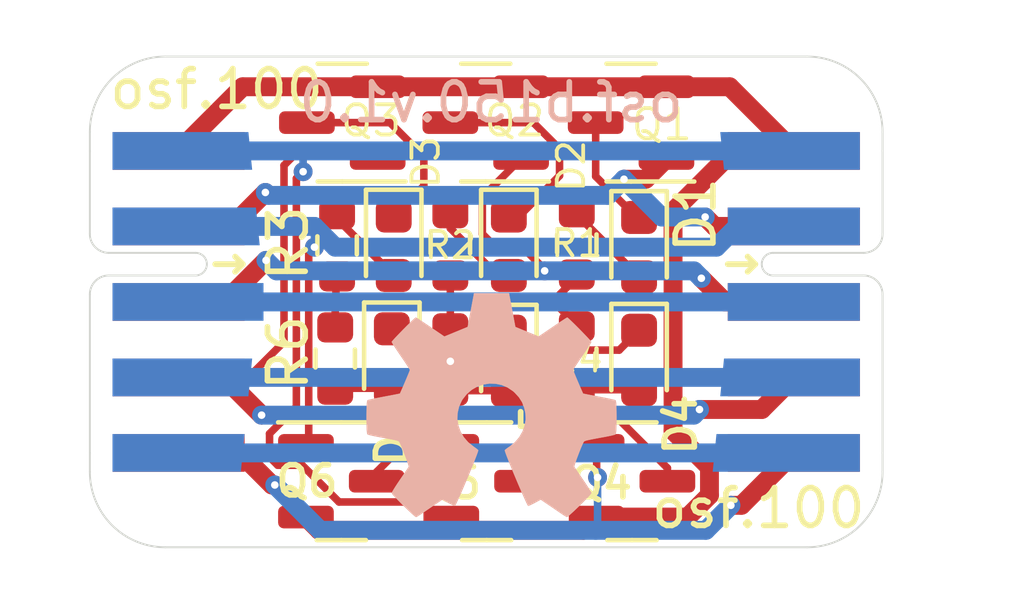
<source format=kicad_pcb>
(kicad_pcb (version 20221018) (generator pcbnew)
  (layers (0 "F.Cu" signal) (31 "B.Cu" signal) (34 "B.Paste" user) (35 "F.Paste" user) (36 "B.SilkS" user "B.Silkscreen") (37 "F.SilkS" user "F.Silkscreen") (38 "B.Mask" user) (39 "F.Mask" user) (44 "Edge.Cuts" user))
  (net 0 "")
  (net 1 "Net-(D1-K)")
  (net 2 "Net-(D1-A)")
  (net 3 "Net-(D2-K)")
  (net 4 "Net-(D2-A)")
  (net 5 "Net-(D3-K)")
  (net 6 "Net-(D3-A)")
  (net 7 "Net-(D4-K)")
  (net 8 "Net-(D4-A)")
  (net 9 "Net-(D5-K)")
  (net 10 "Net-(D5-A)")
  (net 11 "Net-(D6-K)")
  (net 12 "Net-(D6-A)")
  (net 13 "Net-(J1-GPIO0)")
  (net 14 "GND")
  (net 15 "Net-(J1-GPIO1)")
  (net 16 "Net-(J1-GPIO2)")
  (net 17 "Net-(J1-GPIO3)")
  (net 18 "Net-(J1-GPIO4)")
  (net 19 "Net-(J1-GPIO5)")
  (net 20 "Net-(J1-3.3V)")
  (net 21 "Net-(J1-GND-Pad8)")
  (net 22 "Net-(J1-5V)")
  (footprint "Resistor_SMD:R_0603_1608Metric" (layer "F.Cu") (at 152.9 94.95 90)
    (fp_text reference "R1" (at 0 0 180) (layer "F.SilkS") (effects (font (size 0.7 0.7) (thickness 0.1))))
    (fp_text value "100R")
    (fp_line (start -0.237258 -0.5225) (end 0.237258 -0.5225) (stroke (width 0.12)) (layer "F.SilkS"))
    (fp_line (start -0.237258 0.5225) (end 0.237258 0.5225) (stroke (width 0.12)) (layer "F.SilkS"))
    (pad "1" smd roundrect (at -0.825 0 90) (size 0.8 0.95) (layers "F.Cu" "F.Paste" "F.Mask") (net 20 "Net-(J1-3.3V)"))
    (pad "2" smd roundrect (at 0.825 0 90) (size 0.8 0.95) (layers "F.Cu" "F.Paste" "F.Mask") (net 2 "Net-(D1-A)"))
  )
  (footprint "Package_TO_SOT_SMD:SOT-23" (layer "F.Cu") (at 146.6625 101.25)
    (fp_text reference "Q6" (at -0.9125 0) (layer "F.SilkS") (effects (font (size 0.8 0.8))))
    (fp_text value "2N7002K")
    (fp_line (start 0 -1.56) (end -1.675 -1.56) (stroke (width 0.12)) (layer "F.SilkS"))
    (fp_line (start 0 -1.56) (end 0.65 -1.56) (stroke (width 0.12)) (layer "F.SilkS"))
    (fp_line (start 0 1.56) (end -0.65 1.56) (stroke (width 0.12)) (layer "F.SilkS"))
    (fp_line (start 0 1.56) (end 0.65 1.56) (stroke (width 0.12)) (layer "F.SilkS"))
    (pad "1" smd roundrect (at -0.9375 -0.95) (size 1.475 0.6) (layers "F.Cu" "F.Paste" "F.Mask") (net 19 "Net-(J1-GPIO5)"))
    (pad "2" smd roundrect (at -0.9375 0.95) (size 1.475 0.6) (layers "F.Cu" "F.Paste" "F.Mask") (net 14 "GND"))
    (pad "3" smd roundrect (at 0.9375 0) (size 1.475 0.6) (layers "F.Cu" "F.Paste" "F.Mask") (net 11 "Net-(D6-K)"))
  )
  (footprint "LED_SMD:LED_0603_1608Metric" (layer "F.Cu") (at 151.1 95.0125 -90)
    (fp_text reference "D2" (at -2.1125 -1.65 90) (layer "F.SilkS") (effects (font (size 0.7 0.7) (thickness 0.1))))
    (fp_text value "LED")
    (fp_line (start -1.485 -0.735) (end -1.485 0.735) (stroke (width 0.12)) (layer "F.SilkS"))
    (fp_line (start -1.485 0.735) (end 0.8 0.735) (stroke (width 0.12)) (layer "F.SilkS"))
    (fp_line (start 0.8 -0.735) (end -1.485 -0.735) (stroke (width 0.12)) (layer "F.SilkS"))
    (pad "1" smd roundrect (at -0.7875 0 270) (size 0.875 0.95) (layers "F.Cu" "F.Paste" "F.Mask") (net 3 "Net-(D2-K)"))
    (pad "2" smd roundrect (at 0.7875 0 270) (size 0.875 0.95) (layers "F.Cu" "F.Paste" "F.Mask") (net 4 "Net-(D2-A)"))
  )
  (footprint "Resistor_SMD:R_0603_1608Metric" (layer "F.Cu") (at 146.5 98 -90)
    (fp_text reference "R6" (at -0.15 1.25 90) (layer "F.SilkS"))
    (fp_text value "100R")
    (fp_line (start -0.237258 -0.5225) (end 0.237258 -0.5225) (stroke (width 0.12)) (layer "F.SilkS"))
    (fp_line (start -0.237258 0.5225) (end 0.237258 0.5225) (stroke (width 0.12)) (layer "F.SilkS"))
    (pad "1" smd roundrect (at -0.825 0 270) (size 0.8 0.95) (layers "F.Cu" "F.Paste" "F.Mask") (net 20 "Net-(J1-3.3V)"))
    (pad "2" smd roundrect (at 0.825 0 270) (size 0.8 0.95) (layers "F.Cu" "F.Paste" "F.Mask") (net 12 "Net-(D6-A)"))
  )
  (footprint "Package_TO_SOT_SMD:SOT-23" (layer "F.Cu") (at 154.3625 101.25)
    (fp_text reference "Q4" (at -0.8125 0.05) (layer "F.SilkS") (effects (font (size 0.8 0.8))))
    (fp_text value "2N7002K")
    (fp_line (start 0 -1.56) (end -1.675 -1.56) (stroke (width 0.12)) (layer "F.SilkS"))
    (fp_line (start 0 -1.56) (end 0.65 -1.56) (stroke (width 0.12)) (layer "F.SilkS"))
    (fp_line (start 0 1.56) (end -0.65 1.56) (stroke (width 0.12)) (layer "F.SilkS"))
    (fp_line (start 0 1.56) (end 0.65 1.56) (stroke (width 0.12)) (layer "F.SilkS"))
    (pad "1" smd roundrect (at -0.9375 -0.95) (size 1.475 0.6) (layers "F.Cu" "F.Paste" "F.Mask") (net 17 "Net-(J1-GPIO3)"))
    (pad "2" smd roundrect (at -0.9375 0.95) (size 1.475 0.6) (layers "F.Cu" "F.Paste" "F.Mask") (net 14 "GND"))
    (pad "3" smd roundrect (at 0.9375 0) (size 1.475 0.6) (layers "F.Cu" "F.Paste" "F.Mask") (net 7 "Net-(D4-K)"))
  )
  (footprint "LED_SMD:LED_0603_1608Metric" (layer "F.Cu") (at 151.1 98.0625 -90)
    (fp_text reference "D5" (at 1.9375 -0.75 90) (layer "F.SilkS") (effects (font (size 0.8 0.8))))
    (fp_text value "LED")
    (fp_line (start -1.485 -0.735) (end -1.485 0.735) (stroke (width 0.12)) (layer "F.SilkS"))
    (fp_line (start -1.485 0.735) (end 0.8 0.735) (stroke (width 0.12)) (layer "F.SilkS"))
    (fp_line (start 0.8 -0.735) (end -1.485 -0.735) (stroke (width 0.12)) (layer "F.SilkS"))
    (pad "1" smd roundrect (at -0.7875 0 270) (size 0.875 0.95) (layers "F.Cu" "F.Paste" "F.Mask") (net 9 "Net-(D5-K)"))
    (pad "2" smd roundrect (at 0.7875 0 270) (size 0.875 0.95) (layers "F.Cu" "F.Paste" "F.Mask") (net 10 "Net-(D5-A)"))
  )
  (footprint "Package_TO_SOT_SMD:SOT-23" (layer "F.Cu") (at 150.5125 101.25)
    (fp_text reference "Q5" (at -0.9625 0.05) (layer "F.SilkS") (effects (font (size 0.8 0.8))))
    (fp_text value "2N7002K")
    (fp_line (start 0 -1.56) (end -1.675 -1.56) (stroke (width 0.12)) (layer "F.SilkS"))
    (fp_line (start 0 -1.56) (end 0.65 -1.56) (stroke (width 0.12)) (layer "F.SilkS"))
    (fp_line (start 0 1.56) (end -0.65 1.56) (stroke (width 0.12)) (layer "F.SilkS"))
    (fp_line (start 0 1.56) (end 0.65 1.56) (stroke (width 0.12)) (layer "F.SilkS"))
    (pad "1" smd roundrect (at -0.9375 -0.95) (size 1.475 0.6) (layers "F.Cu" "F.Paste" "F.Mask") (net 18 "Net-(J1-GPIO4)"))
    (pad "2" smd roundrect (at -0.9375 0.95) (size 1.475 0.6) (layers "F.Cu" "F.Paste" "F.Mask") (net 14 "GND"))
    (pad "3" smd roundrect (at 0.9375 0) (size 1.475 0.6) (layers "F.Cu" "F.Paste" "F.Mask") (net 9 "Net-(D5-K)"))
  )
  (footprint "Resistor_SMD:R_0603_1608Metric" (layer "F.Cu") (at 152.9 97.975 -90)
    (fp_text reference "R4" (at 0.025 0 -180) (layer "F.SilkS") (effects (font (size 0.7 0.7) (thickness 0.1))))
    (fp_text value "100R")
    (fp_line (start -0.237258 -0.5225) (end 0.237258 -0.5225) (stroke (width 0.12)) (layer "F.SilkS"))
    (fp_line (start -0.237258 0.5225) (end 0.237258 0.5225) (stroke (width 0.12)) (layer "F.SilkS"))
    (pad "1" smd roundrect (at -0.825 0 270) (size 0.8 0.95) (layers "F.Cu" "F.Paste" "F.Mask") (net 20 "Net-(J1-3.3V)"))
    (pad "2" smd roundrect (at 0.825 0 270) (size 0.8 0.95) (layers "F.Cu" "F.Paste" "F.Mask") (net 8 "Net-(D4-A)"))
  )
  (footprint "Package_TO_SOT_SMD:SOT-23" (layer "F.Cu") (at 146.6875 91.75 180)
    (fp_text reference "Q3" (at -0.7625 0.05) (layer "F.SilkS") (effects (font (size 0.8 0.8) (thickness 0.1))))
    (fp_text value "2N7002K")
    (fp_line (start 0 -1.56) (end -1.675 -1.56) (stroke (width 0.12)) (layer "F.SilkS"))
    (fp_line (start 0 -1.56) (end 0.65 -1.56) (stroke (width 0.12)) (layer "F.SilkS"))
    (fp_line (start 0 1.56) (end -0.65 1.56) (stroke (width 0.12)) (layer "F.SilkS"))
    (fp_line (start 0 1.56) (end 0.65 1.56) (stroke (width 0.12)) (layer "F.SilkS"))
    (pad "1" smd roundrect (at -0.9375 -0.95 180) (size 1.475 0.6) (layers "F.Cu" "F.Paste" "F.Mask") (net 16 "Net-(J1-GPIO2)"))
    (pad "2" smd roundrect (at -0.9375 0.95 180) (size 1.475 0.6) (layers "F.Cu" "F.Paste" "F.Mask") (net 14 "GND"))
    (pad "3" smd roundrect (at 0.9375 0 180) (size 1.475 0.6) (layers "F.Cu" "F.Paste" "F.Mask") (net 5 "Net-(D3-K)"))
  )
  (footprint "on_edge:on_edge_2x05_host" (layer "F.Cu") (at 161 96.5 -90)
    (fp_text reference "J1")
    (fp_text value "011_GPIO")
    (fp_line (start -1 3.373) (end -1.2 3.573) (stroke (width 0.153)) (layer "F.SilkS"))
    (fp_line (start -1 4.1) (end -1 3.373) (stroke (width 0.153)) (layer "F.SilkS"))
    (fp_line (start -0.8 3.573) (end -1 3.373) (stroke (width 0.153)) (layer "F.SilkS"))
    (fp_line (start -4 0) (end -1.8 0) (stroke (width 0.05)) (layer "Edge.Cuts"))
    (fp_line (start -1.3 0.5) (end -1.3 2.9) (stroke (width 0.05)) (layer "Edge.Cuts"))
    (fp_line (start -0.7 2.9) (end -0.7 0.5) (stroke (width 0.05)) (layer "Edge.Cuts"))
    (fp_line (start -0.2 0) (end 4 0) (stroke (width 0.05)) (layer "Edge.Cuts"))
    (fp_arc (start -1.8 0) (mid -1.446447 0.146447) (end -1.3 0.5) (stroke (width 0.05)) (layer "Edge.Cuts"))
    (fp_arc (start -0.7 0.5) (mid -0.553553 0.146447) (end -0.2 0) (stroke (width 0.05)) (layer "Edge.Cuts"))
    (fp_arc (start -0.7 2.9) (mid -1 3.2) (end -1.3 2.9) (stroke (width 0.05)) (layer "Edge.Cuts"))
    (pad "1" smd rect (at -4 2.35 270) (size 1 3.5) (layers "F.Cu" "F.Mask") (net 14 "GND"))
    (pad "2" smd rect (at -2 2.35 270) (size 1 3.5) (layers "F.Cu" "F.Mask") (net 13 "Net-(J1-GPIO0)"))
    (pad "3" smd rect (at 0 2.35 270) (size 1 3.5) (layers "F.Cu" "F.Mask") (net 15 "Net-(J1-GPIO1)"))
    (pad "4" smd rect (at 2 2.35 270) (size 1 3.5) (layers "F.Cu" "F.Mask") (net 16 "Net-(J1-GPIO2)"))
    (pad "5" smd rect (at 4 2.35 270) (size 1 3.5) (layers "F.Cu" "F.Mask") (net 17 "Net-(J1-GPIO3)"))
    (pad "6" smd custom (at -4 2.4 90) (size 1 3.6) (layers "B.Cu" "B.Mask") (net 18 "Net-(J1-GPIO4)") (options (clearance outline) (anchor rect)) (primitives (gr_poly (pts (xy 0.5 -1.8) (xy -0.5 -1.8) (xy 0.5 -1.9)) (width 0) (fill yes))))
    (pad "7" smd rect (at -2 2.35 90) (size 1 3.5) (layers "B.Cu" "B.Mask") (net 19 "Net-(J1-GPIO5)"))
    (pad "8" smd rect (at 0 2.35 90) (size 1 3.5) (layers "B.Cu" "B.Mask") (net 21 "Net-(J1-GND-Pad8)"))
    (pad "9" smd custom (at 2 2.4 90) (size 1 3.6) (layers "B.Cu" "B.Mask") (net 20 "Net-(J1-3.3V)") (options (clearance outline) (anchor rect)) (primitives (gr_poly (pts (xy 0.5 -1.8) (xy -0.5 -1.8) (xy -0.5 -1.9)) (width 0) (fill yes))))
    (pad "10" smd custom (at 4 2.5 90) (size 1 3.8) (layers "B.Cu" "B.Mask") (net 22 "Net-(J1-5V)") (options (clearance outline) (anchor rect)) (primitives (gr_poly (pts (xy 0.5 -1.9) (xy -0.5 -1.9) (xy -0.5 -2)) (width 0) (fill yes))))
  )
  (footprint "LED_SMD:LED_0603_1608Metric" (layer "F.Cu") (at 154.55 98.0375 -90)
    (fp_text reference "D4" (at 1.7125 -1.1 90) (layer "F.SilkS") (effects (font (size 0.8 0.8))))
    (fp_text value "LED")
    (fp_line (start -1.485 -0.735) (end -1.485 0.735) (stroke (width 0.12)) (layer "F.SilkS"))
    (fp_line (start -1.485 0.735) (end 0.8 0.735) (stroke (width 0.12)) (layer "F.SilkS"))
    (fp_line (start 0.8 -0.735) (end -1.485 -0.735) (stroke (width 0.12)) (layer "F.SilkS"))
    (pad "1" smd roundrect (at -0.7875 0 270) (size 0.875 0.95) (layers "F.Cu" "F.Paste" "F.Mask") (net 7 "Net-(D4-K)"))
    (pad "2" smd roundrect (at 0.7875 0 270) (size 0.875 0.95) (layers "F.Cu" "F.Paste" "F.Mask") (net 8 "Net-(D4-A)"))
  )
  (footprint "Package_TO_SOT_SMD:SOT-23" (layer "F.Cu") (at 154.3375 91.75 180)
    (fp_text reference "Q1" (at -0.8125 -0.05) (layer "F.SilkS") (effects (font (size 0.8 0.8) (thickness 0.1))))
    (fp_text value "2N7002K")
    (fp_line (start 0 -1.56) (end -1.675 -1.56) (stroke (width 0.12)) (layer "F.SilkS"))
    (fp_line (start 0 -1.56) (end 0.65 -1.56) (stroke (width 0.12)) (layer "F.SilkS"))
    (fp_line (start 0 1.56) (end -0.65 1.56) (stroke (width 0.12)) (layer "F.SilkS"))
    (fp_line (start 0 1.56) (end 0.65 1.56) (stroke (width 0.12)) (layer "F.SilkS"))
    (pad "1" smd roundrect (at -0.9375 -0.95 180) (size 1.475 0.6) (layers "F.Cu" "F.Paste" "F.Mask") (net 13 "Net-(J1-GPIO0)"))
    (pad "2" smd roundrect (at -0.9375 0.95 180) (size 1.475 0.6) (layers "F.Cu" "F.Paste" "F.Mask") (net 14 "GND"))
    (pad "3" smd roundrect (at 0.9375 0 180) (size 1.475 0.6) (layers "F.Cu" "F.Paste" "F.Mask") (net 1 "Net-(D1-K)"))
  )
  (footprint "LED_SMD:LED_0603_1608Metric" (layer "F.Cu") (at 148.05 95.0125 -90)
    (fp_text reference "D3" (at -2.2125 -0.85 90) (layer "F.SilkS") (effects (font (size 0.7 0.7) (thickness 0.1))))
    (fp_text value "LED")
    (fp_line (start -1.485 -0.735) (end -1.485 0.735) (stroke (width 0.12)) (layer "F.SilkS"))
    (fp_line (start -1.485 0.735) (end 0.8 0.735) (stroke (width 0.12)) (layer "F.SilkS"))
    (fp_line (start 0.8 -0.735) (end -1.485 -0.735) (stroke (width 0.12)) (layer "F.SilkS"))
    (pad "1" smd roundrect (at -0.7875 0 270) (size 0.875 0.95) (layers "F.Cu" "F.Paste" "F.Mask") (net 5 "Net-(D3-K)"))
    (pad "2" smd roundrect (at 0.7875 0 270) (size 0.875 0.95) (layers "F.Cu" "F.Paste" "F.Mask") (net 6 "Net-(D3-A)"))
  )
  (footprint "Package_TO_SOT_SMD:SOT-23" (layer "F.Cu") (at 150.4875 91.75 180)
    (fp_text reference "Q2" (at -0.7625 0.05) (layer "F.SilkS") (effects (font (size 0.8 0.8) (thickness 0.1))))
    (fp_text value "2N7002K")
    (fp_line (start 0 -1.56) (end -1.675 -1.56) (stroke (width 0.12)) (layer "F.SilkS"))
    (fp_line (start 0 -1.56) (end 0.65 -1.56) (stroke (width 0.12)) (layer "F.SilkS"))
    (fp_line (start 0 1.56) (end -0.65 1.56) (stroke (width 0.12)) (layer "F.SilkS"))
    (fp_line (start 0 1.56) (end 0.65 1.56) (stroke (width 0.12)) (layer "F.SilkS"))
    (pad "1" smd roundrect (at -0.9375 -0.95 180) (size 1.475 0.6) (layers "F.Cu" "F.Paste" "F.Mask") (net 15 "Net-(J1-GPIO1)"))
    (pad "2" smd roundrect (at -0.9375 0.95 180) (size 1.475 0.6) (layers "F.Cu" "F.Paste" "F.Mask") (net 14 "GND"))
    (pad "3" smd roundrect (at 0.9375 0 180) (size 1.475 0.6) (layers "F.Cu" "F.Paste" "F.Mask") (net 3 "Net-(D2-K)"))
  )
  (footprint "LED_SMD:LED_0603_1608Metric" (layer "F.Cu") (at 154.55 95.05 -90)
    (fp_text reference "D1" (at -0.85 -1.5 90) (layer "F.SilkS"))
    (fp_text value "LED")
    (fp_line (start -1.485 -0.735) (end -1.485 0.735) (stroke (width 0.12)) (layer "F.SilkS"))
    (fp_line (start -1.485 0.735) (end 0.8 0.735) (stroke (width 0.12)) (layer "F.SilkS"))
    (fp_line (start 0.8 -0.735) (end -1.485 -0.735) (stroke (width 0.12)) (layer "F.SilkS"))
    (pad "1" smd roundrect (at -0.7875 0 270) (size 0.875 0.95) (layers "F.Cu" "F.Paste" "F.Mask") (net 1 "Net-(D1-K)"))
    (pad "2" smd roundrect (at 0.7875 0 270) (size 0.875 0.95) (layers "F.Cu" "F.Paste" "F.Mask") (net 2 "Net-(D1-A)"))
  )
  (footprint "on_edge:on_edge_2x05_device" (layer "F.Cu") (at 140 96.5 -90)
    (fp_text reference "J2")
    (fp_text value "011_GPIO")
    (fp_line (start -1.2 -3.85) (end -1 -4.05) (stroke (width 0.153)) (layer "F.SilkS"))
    (fp_line (start -1 -4.05) (end -1 -3.323) (stroke (width 0.153)) (layer "F.SilkS"))
    (fp_line (start -1 -4.05) (end -0.8 -3.85) (stroke (width 0.153)) (layer "F.SilkS"))
    (fp_line (start -4 0) (end -1.8 0) (stroke (width 0.05)) (layer "Edge.Cuts"))
    (fp_line (start -1.3 -2.8) (end -1.3 -0.5) (stroke (width 0.05)) (layer "Edge.Cuts"))
    (fp_line (start -0.7 -0.5) (end -0.7 -2.8) (stroke (width 0.05)) (layer "Edge.Cuts"))
    (fp_line (start -0.2 0) (end 4 0) (stroke (width 0.05)) (layer "Edge.Cuts"))
    (fp_arc (start -1.3 -2.8) (mid -1 -3.1) (end -0.7 -2.8) (stroke (width 0.05)) (layer "Edge.Cuts"))
    (fp_arc (start -1.3 -0.5) (mid -1.446447 -0.146447) (end -1.8 0) (stroke (width 0.05)) (layer "Edge.Cuts"))
    (fp_arc (start -0.2 0) (mid -0.553553 -0.146447) (end -0.7 -0.5) (stroke (width 0.05)) (layer "Edge.Cuts"))
    (pad "1" smd rect (at -4 -2.35 90) (size 1 3.5) (layers "F.Cu" "F.Mask") (net 14 "GND"))
    (pad "2" smd rect (at -2 -2.35 270) (size 1 3.5) (layers "F.Cu" "F.Mask") (net 13 "Net-(J1-GPIO0)"))
    (pad "3" smd rect (at 0 -2.35 270) (size 1 3.5) (layers "F.Cu" "F.Mask") (net 15 "Net-(J1-GPIO1)"))
    (pad "4" smd rect (at 2 -2.35 90) (size 1 3.5) (layers "F.Cu" "F.Mask") (net 16 "Net-(J1-GPIO2)"))
    (pad "5" smd rect (at 4 -2.35 90) (size 1 3.5) (layers "F.Cu" "F.Mask") (net 17 "Net-(J1-GPIO3)"))
    (pad "6" smd custom (at -4 -2.4 270) (size 1 3.6) (layers "B.Cu" "B.Mask") (net 18 "Net-(J1-GPIO4)") (options (clearance outline) (anchor rect)) (primitives (gr_poly (pts (xy 0.5 -1.8) (xy 0.5 -1.9) (xy -0.5 -1.8)) (width 0) (fill yes))))
    (pad "7" smd custom (at -2 -2.1 270) (size 1 3) (layers "B.Cu" "B.Mask") (net 19 "Net-(J1-GPIO5)") (options (clearance outline) (anchor rect)) (primitives (gr_poly (pts (xy 0.3 -0.51) (xy 0.31 -0.62) (xy 0.33 -0.7) (xy 0.35 -0.76) (xy 0.37 -0.81) (xy 0.4 -0.86) (xy 0.44 -0.92) (xy 0.48 -0.97) (xy 0.5 -0.99) (xy 0.5 -2.4) (xy -0.5 -2.3) (xy -0.5 1.5) (xy 0.3 1.5)) (width 0) (fill yes))))
    (pad "8" smd rect (at 0 -2.6 270) (size 1 4) (layers "B.Cu" "B.Mask") (net 21 "Net-(J1-GND-Pad8)"))
    (pad "9" smd custom (at 2 -2.4 270) (size 1 3.6) (layers "B.Cu" "B.Mask") (net 20 "Net-(J1-3.3V)") (options (clearance outline) (anchor rect)) (primitives (gr_poly (pts (xy -0.5 -1.8) (xy -0.5 -1.9) (xy 0.5 -1.8)) (width 0) (fill yes))))
    (pad "10" smd custom (at 4 -2.3 270) (size 1 3.4) (layers "B.Cu" "B.Mask") (net 22 "Net-(J1-5V)") (options (clearance outline) (anchor rect)) (primitives (gr_poly (pts (xy -0.5 -1.7) (xy -0.5 -1.8) (xy 0.5 -1.7)) (width 0) (fill yes))))
  )
  (footprint "Resistor_SMD:R_0603_1608Metric" (layer "F.Cu") (at 149.55 98.025 -90)
    (fp_text reference "R5" (at 0.025 0 -180) (layer "F.SilkS") (effects (font (size 0.7 0.7) (thickness 0.1))))
    (fp_text value "100R")
    (fp_line (start -0.237258 -0.5225) (end 0.237258 -0.5225) (stroke (width 0.12)) (layer "F.SilkS"))
    (fp_line (start -0.237258 0.5225) (end 0.237258 0.5225) (stroke (width 0.12)) (layer "F.SilkS"))
    (pad "1" smd roundrect (at -0.825 0 270) (size 0.8 0.95) (layers "F.Cu" "F.Paste" "F.Mask") (net 20 "Net-(J1-3.3V)"))
    (pad "2" smd roundrect (at 0.825 0 270) (size 0.8 0.95) (layers "F.Cu" "F.Paste" "F.Mask") (net 10 "Net-(D5-A)"))
  )
  (footprint "LED_SMD:LED_0603_1608Metric" (layer "F.Cu") (at 148 98 -90)
    (fp_text reference "D6" (at 2.05 0 90) (layer "F.SilkS") (effects (font (size 0.8 0.8))))
    (fp_text value "LED")
    (fp_line (start -1.485 -0.735) (end -1.485 0.735) (stroke (width 0.12)) (layer "F.SilkS"))
    (fp_line (start -1.485 0.735) (end 0.8 0.735) (stroke (width 0.12)) (layer "F.SilkS"))
    (fp_line (start 0.8 -0.735) (end -1.485 -0.735) (stroke (width 0.12)) (layer "F.SilkS"))
    (pad "1" smd roundrect (at -0.7875 0 270) (size 0.875 0.95) (layers "F.Cu" "F.Paste" "F.Mask") (net 11 "Net-(D6-K)"))
    (pad "2" smd roundrect (at 0.7875 0 270) (size 0.875 0.95) (layers "F.Cu" "F.Paste" "F.Mask") (net 12 "Net-(D6-A)"))
  )
  (footprint "Resistor_SMD:R_0603_1608Metric" (layer "F.Cu") (at 146.55 95 90)
    (fp_text reference "R3" (at 0.05 -1.3 90) (layer "F.SilkS"))
    (fp_text value "100R")
    (fp_line (start -0.237258 -0.5225) (end 0.237258 -0.5225) (stroke (width 0.12)) (layer "F.SilkS"))
    (fp_line (start -0.237258 0.5225) (end 0.237258 0.5225) (stroke (width 0.12)) (layer "F.SilkS"))
    (pad "1" smd roundrect (at -0.825 0 90) (size 0.8 0.95) (layers "F.Cu" "F.Paste" "F.Mask") (net 20 "Net-(J1-3.3V)"))
    (pad "2" smd roundrect (at 0.825 0 90) (size 0.8 0.95) (layers "F.Cu" "F.Paste" "F.Mask") (net 6 "Net-(D3-A)"))
  )
  (footprint "Resistor_SMD:R_0603_1608Metric" (layer "F.Cu") (at 149.55 94.975 90)
    (fp_text reference "R2" (at -0.025 0 180) (layer "F.SilkS") (effects (font (size 0.7 0.7) (thickness 0.1))))
    (fp_text value "100R")
    (fp_line (start -0.237258 -0.5225) (end 0.237258 -0.5225) (stroke (width 0.12)) (layer "F.SilkS"))
    (fp_line (start -0.237258 0.5225) (end 0.237258 0.5225) (stroke (width 0.12)) (layer "F.SilkS"))
    (pad "1" smd roundrect (at -0.825 0 90) (size 0.8 0.95) (layers "F.Cu" "F.Paste" "F.Mask") (net 20 "Net-(J1-3.3V)"))
    (pad "2" smd roundrect (at 0.825 0 90) (size 0.8 0.95) (layers "F.Cu" "F.Paste" "F.Mask") (net 4 "Net-(D2-A)"))
  )
  (footprint "Symbol:OSHW-Symbol_6.7x6mm_SilkScreen" (layer "B.Cu") (at 150.65 99.25 180)
    (fp_text reference "LOGO1" hide)
    (fp_text value "Logo_Open_Hardware_Small" hide)
    (fp_poly (pts (xy 0.555814 2.531069) (xy 0.639635 2.086445) (xy 0.94892 1.958947) (xy 1.258206 1.831449) (xy 1.629246 2.083754) (xy 1.733157 2.154004) (xy 1.827087 2.216728) (xy 1.906652 2.269062) (xy 1.96747 2.308143) (xy 2.005157 2.331107) (xy 2.015421 2.336058) (xy 2.03391 2.323324) (xy 2.07342 2.288118) (xy 2.129522 2.234938) (xy 2.197787 2.168282) (xy 2.273786 2.092646) (xy 2.353092 2.012528) (xy 2.431275 1.932426) (xy 2.503907 1.856836) (xy 2.566559 1.790255) (xy 2.614803 1.737182) (xy 2.64421 1.702113) (xy 2.651241 1.690377) (xy 2.641123 1.66874) (xy 2.612759 1.621338) (xy 2.569129 1.552807) (xy 2.513218 1.467785) (xy 2.448006 1.370907) (xy 2.410219 1.31565) (xy 2.341343 1.214752) (xy 2.28014 1.123701) (xy 2.229578 1.04703) (xy 2.192628 0.989272) (xy 2.172258 0.954957) (xy 2.169197 0.947746) (xy 2.176136 0.927252) (xy 2.195051 0.879487) (xy 2.223087 0.811168) (xy 2.257391 0.729011) (xy 2.295109 0.63973) (xy 2.333387 0.550042) (xy 2.36937 0.466662) (xy 2.400206 0.396306) (xy 2.423039 0.34569) (xy 2.435017 0.321529) (xy 2.435724 0.320578) (xy 2.454531 0.315964) (xy 2.504618 0.305672) (xy 2.580793 0.290713) (xy 2.677865 0.272099) (xy 2.790643 0.250841) (xy 2.856442 0.238582) (xy 2.97695 0.215638) (xy 3.085797 0.193805) (xy 3.177476 0.174278) (xy 3.246481 0.158252) (xy 3.287304 0.146921) (xy 3.295511 0.143326) (xy 3.303548 0.118994) (xy 3.310033 0.064041) (xy 3.31497 -0.015108) (xy 3.318364 -0.112026) (xy 3.320218 -0.220287) (xy 3.320538 -0.333465) (xy 3.319327 -0.445135) (xy 3.31659 -0.548868) (xy 3.312331 -0.638241) (xy 3.306555 -0.706826) (xy 3.299267 -0.748197) (xy 3.294895 -0.75681) (xy 3.268764 -0.767133) (xy 3.213393 -0.781892) (xy 3.136107 -0.799352) (xy 3.04423 -0.81778) (xy 3.012158 -0.823741) (xy 2.857524 -0.852066) (xy 2.735375 -0.874876) (xy 2.641673 -0.89308) (xy 2.572384 -0.907583) (xy 2.523471 -0.919292) (xy 2.490897 -0.929115) (xy 2.470628 -0.937956) (xy 2.458626 -0.946724) (xy 2.456947 -0.948457) (xy 2.440184 -0.976371) (xy 2.414614 -1.030695) (xy 2.382788 -1.104777) (xy 2.34726 -1.191965) (xy 2.310583 -1.285608) (xy 2.275311 -1.379052) (xy 2.243996 -1.465647) (xy 2.219193 -1.53874) (xy 2.203454 -1.591678) (xy 2.199332 -1.617811) (xy 2.199676 -1.618726) (xy 2.213641 -1.640086) (xy 2.245322 -1.687084) (xy 2.291391 -1.754827) (xy 2.348518 -1.838423) (xy 2.413373 -1.932982) (xy 2.431843 -1.959854) (xy 2.497699 -2.057275) (xy 2.55565 -2.146163) (xy 2.602538 -2.221412) (xy 2.635207 -2.27792) (xy 2.6505 -2.310581) (xy 2.651241 -2.314593) (xy 2.638392 -2.335684) (xy 2.602888 -2.377464) (xy 2.549293 -2.435445) (xy 2.482171 -2.505135) (xy 2.406087 -2.582045) (xy 2.325604 -2.661683) (xy 2.245287 -2.739561) (xy 2.169699 -2.811186) (xy 2.103405 -2.87207) (xy 2.050969 -2.917721) (xy 2.016955 -2.94365) (xy 2.007545 -2.947883) (xy 1.985643 -2.937912) (xy 1.9408 -2.91102) (xy 1.880321 -2.871736) (xy 1.833789 -2.840117) (xy 1.749475 -2.782098) (xy 1.649626 -2.713784) (xy 1.549473 -2.645579) (xy 1.495627 -2.609075) (xy 1.313371 -2.4858) (xy 1.160381 -2.56852) (xy 1.090682 -2.604759) (xy 1.031414 -2.632926) (xy 0.991311 -2.648991) (xy 0.981103 -2.651226) (xy 0.968829 -2.634722) (xy 0.944613 -2.588082) (xy 0.910263 -2.515609) (xy 0.867588 -2.421606) (xy 0.818394 -2.310374) (xy 0.76449 -2.186215) (xy 0.707684 -2.053432) (xy 0.649782 -1.916327) (xy 0.592593 -1.779202) (xy 0.537924 -1.646358) (xy 0.487584 -1.522098) (xy 0.44338 -1.410725) (xy 0.407119 -1.316539) (xy 0.380609 -1.243844) (xy 0.365658 -1.196941) (xy 0.363254 -1.180833) (xy 0.382311 -1.160286) (xy 0.424036 -1.126933) (xy 0.479706 -1.087702) (xy 0.484378 -1.084599) (xy 0.628264 -0.969423) (xy 0.744283 -0.835053) (xy 0.83143 -0.685784) (xy 0.888699 -0.525913) (xy 0.915086 -0.359737) (xy 0.909585 -0.191552) (xy 0.87119 -0.025655) (xy 0.798895 0.133658) (xy 0.777626 0.168513) (xy 0.666996 0.309263) (xy 0.536302 0.422286) (xy 0.390064 0.506997) (xy 0.232808 0.562806) (xy 0.069057 0.589126) (xy -0.096667 0.58537) (xy -0.259838 0.55095) (xy -0.415935 0.485277) (xy -0.560433 0.387765) (xy -0.605131 0.348187) (xy -0.718888 0.224297) (xy -0.801782 0.093876) (xy -0.858644 -0.052315) (xy -0.890313 -0.197088) (xy -0.898131 -0.35986) (xy -0.872062 -0.52344) (xy -0.814755 -0.682298) (xy -0.728856 -0.830906) (xy -0.617014 -0.963735) (xy -0.481877 -1.075256) (xy -0.464117 -1.087011) (xy -0.40785 -1.125508) (xy -0.365077 -1.158863) (xy -0.344628 -1.18016) (xy -0.344331 -1.180833) (xy -0.348721 -1.203871) (xy -0.366124 -1.256157) (xy -0.394732 -1.33339) (xy -0.432735 -1.431268) (xy -0.478326 -1.545491) (xy -0.529697 -1.671758) (xy -0.585038 -1.805767) (xy -0.642542 -1.943218) (xy -0.700399 -2.079808) (xy -0.756802 -2.211237) (xy -0.809942 -2.333205) (xy -0.85801 -2.441409) (xy -0.899199 -2.531549) (xy -0.931699 -2.599323) (xy -0.953703 -2.64043) (xy -0.962564 -2.651226) (xy -0.98964 -2.642819) (xy -1.040303 -2.620272) (xy -1.105817 -2.587613) (xy -1.141841 -2.56852) (xy -1.294832 -2.4858) (xy -1.477088 -2.609075) (xy -1.570125 -2.672228) (xy -1.671985 -2.741727) (xy -1.767438 -2.807165) (xy -1.81525 -2.840117) (xy -1.882495 -2.885273) (xy -1.939436 -2.921057) (xy -1.978646 -2.942938) (xy -1.991381 -2.947563) (xy -2.009917 -2.935085) (xy -2.050941 -2.900252) (xy -2.110475 -2.846678) (xy -2.184542 -2.777983) (xy -2.269165 -2.697781) (xy -2.322685 -2.646286) (xy -2.416319 -2.554286) (xy -2.497241 -2.471999) (xy -2.562177 -2.402945) (xy -2.607858 -2.350644) (xy -2.631011 -2.318616) (xy -2.633232 -2.312116) (xy -2.622924 -2.287394) (xy -2.594439 -2.237405) (xy -2.550937 -2.167212) (xy -2.495577 -2.081875) (xy -2.43152 -1.986456) (xy -2.413303 -1.959854) (xy -2.346927 -1.863167) (xy -2.287378 -1.776117) (xy -2.237984 -1.703595) (xy -2.202075 -1.650493) (xy -2.182981 -1.621703) (xy -2.181136 -1.618726) (xy -2.183895 -1.595782) (xy -2.198538 -1.545336) (xy -2.222513 -1.474041) (xy -2.253266 -1.388547) (xy -2.288244 -1.295507) (xy -2.324893 -1.201574) (xy -2.360661 -1.113399) (xy -2.392994 -1.037634) (xy -2.419338 -0.980931) (xy -2.437142 -0.949943) (xy -2.438407 -0.948457) (xy -2.449294 -0.939601) (xy -2.467682 -0.930843) (xy -2.497606 -0.921277) (xy -2.543103 -0.909996) (xy -2.608209 -0.896093) (xy -2.696961 -0.878663) (xy -2.813393 -0.856798) (xy -2.961542 -0.829591) (xy -2.993618 -0.823741) (xy -3.088686 -0.805374) (xy -3.171565 -0.787405) (xy -3.23493 -0.771569) (xy -3.271458 -0.7596) (xy -3.276356 -0.75681) (xy -3.284427 -0.732072) (xy -3.290987 -0.67679) (xy -3.296033 -0.597389) (xy -3.299559 -0.500296) (xy -3.301561 -0.391938) (xy -3.302036 -0.27874) (xy -3.300977 -0.167128) (xy -3.298382 -0.063529) (xy -3.294246 0.025632) (xy -3.288563 0.093928) (xy -3.281331 0.134934) (xy -3.276971 0.143326) (xy -3.252698 0.151792) (xy -3.197426 0.165565) (xy -3.116662 0.18345) (xy -3.015912 0.204252) (xy -2.900683 0.226777) (xy -2.837902 0.238582) (xy -2.718787 0.260849) (xy -2.612565 0.281021) (xy -2.524427 0.298085) (xy -2.459566 0.311031) (xy -2.423174 0.318845) (xy -2.417184 0.320578) (xy -2.407061 0.34011) (xy -2.385662 0.387157) (xy -2.355839 0.454997) (xy -2.320445 0.536909) (xy -2.282332 0.626172) (xy -2.244353 0.716065) (xy -2.20936 0.799865) (xy -2.180206 0.870853) (xy -2.159743 0.922306) (xy -2.150823 0.947503) (xy -2.150657 0.948604) (xy -2.160769 0.968481) (xy -2.189117 1.014223) (xy -2.232723 1.081283) (xy -2.288606 1.165116) (xy -2.353787 1.261174) (xy -2.391679 1.31635) (xy -2.460725 1.417519) (xy -2.52205 1.50937) (xy -2.572663 1.587256) (xy -2.609571 1.646531) (xy -2.629782 1.682549) (xy -2.632701 1.690623) (xy -2.620153 1.709416) (xy -2.585463 1.749543) (xy -2.533063 1.806507) (xy -2.467384 1.875815) (xy -2.392856 1.952969) (xy -2.313913 2.033475) (xy -2.234983 2.112837) (xy -2.1605 2.18656) (xy -2.094894 2.250148) (xy -2.042596 2.299106) (xy -2.008039 2.328939) (xy -1.996478 2.336058) (xy -1.977654 2.326047) (xy -1.932631 2.297922) (xy -1.865787 2.254546) (xy -1.781499 2.198782) (xy -1.684144 2.133494) (xy -1.610707 2.083754) (xy -1.239667 1.831449) (xy -0.621095 2.086445) (xy -0.537275 2.531069) (xy -0.453454 2.975693) (xy 0.471994 2.975693) (xy 0.555814 2.531069)) (stroke (width 0.01)) (fill solid) (layer "B.SilkS"))
  )
  (gr_line (start 142 90) (end 159 90) (stroke (width 0.05)) (layer "Edge.Cuts"))
  (gr_arc (start 161 101) (mid 160.414214 102.414214) (end 159 103) (stroke (width 0.05)) (layer "Edge.Cuts"))
  (gr_line (start 159 103) (end 142 103) (stroke (width 0.05)) (layer "Edge.Cuts"))
  (gr_arc (start 159 90) (mid 160.414214 90.585786) (end 161 92) (stroke (width 0.05)) (layer "Edge.Cuts"))
  (gr_line (start 140 101) (end 140 100.5) (stroke (width 0.05)) (layer "Edge.Cuts"))
  (gr_arc (start 142 103) (mid 140.585786 102.414214) (end 140 101) (stroke (width 0.05)) (layer "Edge.Cuts"))
  (gr_line (start 140 92.5) (end 140 92) (stroke (width 0.05)) (layer "Edge.Cuts"))
  (gr_line (start 161 92.5) (end 161 92) (stroke (width 0.05)) (layer "Edge.Cuts"))
  (gr_line (start 161 101) (end 161 100.5) (stroke (width 0.05)) (layer "Edge.Cuts"))
  (gr_arc (start 140 92) (mid 140.585786 90.585786) (end 142 90) (stroke (width 0.05)) (layer "Edge.Cuts"))
  (gr_text "osf.b150.v1.0" (at 155.8 91.8) (layer "B.SilkS") (effects (font (size 1 1)) (justify left bottom mirror)))
  (gr_text "osf.100" (at 154.8 102.55) (layer "F.SilkS") (effects (font (size 1 1)) (justify left bottom)))
  (gr_text "osf.100" (at 140.45 91.45) (layer "F.SilkS") (effects (font (size 1 1)) (justify left bottom)))
  (segment (start 154.55 94.2625) (end 154.48792 94.2625) (width 0.2) (layer "F.Cu") (net 1))
  (segment (start 153.4 93.17458) (end 153.4 91.75) (width 0.2) (layer "F.Cu") (net 1))
  (segment (start 154.48792 94.2625) (end 153.4 93.17458) (width 0.2) (layer "F.Cu") (net 1))
  (segment (start 152.9 94.1875) (end 154.55 95.8375) (width 0.2) (layer "F.Cu") (net 2))
  (segment (start 152.9 94.125) (end 152.9 94.1875) (width 0.2) (layer "F.Cu") (net 2))
  (segment (start 152.442588 93.157412) (end 151.375 94.225) (width 0.2) (layer "F.Cu") (net 3))
  (segment (start 151.749816 91.75) (end 152.442588 92.442772) (width 0.2) (layer "F.Cu") (net 3))
  (segment (start 151.375 94.225) (end 151.1 94.225) (width 0.2) (layer "F.Cu") (net 3))
  (segment (start 149.55 91.75) (end 151.749816 91.75) (width 0.2) (layer "F.Cu") (net 3))
  (segment (start 152.442588 92.442772) (end 152.442588 93.157412) (width 0.2) (layer "F.Cu") (net 3))
  (segment (start 149.55 94.55) (end 150.8 95.8) (width 0.2) (layer "F.Cu") (net 4))
  (segment (start 150.8 95.8) (end 151.1 95.8) (width 0.2) (layer "F.Cu") (net 4))
  (segment (start 149.55 94.15) (end 149.55 94.55) (width 0.2) (layer "F.Cu") (net 4))
  (segment (start 148.848 92.648184) (end 148.848 93.427) (width 0.2) (layer "F.Cu") (net 5))
  (segment (start 147.949816 91.75) (end 148.848 92.648184) (width 0.2) (layer "F.Cu") (net 5))
  (segment (start 145.75 91.75) (end 147.949816 91.75) (width 0.2) (layer "F.Cu") (net 5))
  (segment (start 148.848 93.427) (end 148.05 94.225) (width 0.2) (layer "F.Cu") (net 5))
  (segment (start 146.55 94.3) (end 148.05 95.8) (width 0.2) (layer "F.Cu") (net 6))
  (segment (start 146.55 94.175) (end 146.55 94.3) (width 0.2) (layer "F.Cu") (net 6))
  (segment (start 155.3 100.900184) (end 153.826816 99.427) (width 0.2) (layer "F.Cu") (net 7))
  (segment (start 154.023 97.777) (end 154.55 97.25) (width 0.2) (layer "F.Cu") (net 7))
  (segment (start 152.442588 99.427) (end 152.15 99.134412) (width 0.2) (layer "F.Cu") (net 7))
  (segment (start 153.826816 99.427) (end 152.442588 99.427) (width 0.2) (layer "F.Cu") (net 7))
  (segment (start 152.15 98.465588) (end 152.838588 97.777) (width 0.2) (layer "F.Cu") (net 7))
  (segment (start 152.838588 97.777) (end 154.023 97.777) (width 0.2) (layer "F.Cu") (net 7))
  (segment (start 155.3 101.25) (end 155.3 100.900184) (width 0.2) (layer "F.Cu") (net 7))
  (segment (start 152.15 99.134412) (end 152.15 98.465588) (width 0.2) (layer "F.Cu") (net 7))
  (segment (start 152.925 98.825) (end 152.9 98.8) (width 0.2) (layer "F.Cu") (net 8))
  (segment (start 154.55 98.825) (end 152.925 98.825) (width 0.2) (layer "F.Cu") (net 8))
  (segment (start 151.802 100.898) (end 151.802 97.977) (width 0.2) (layer "F.Cu") (net 9))
  (segment (start 151.802 97.977) (end 151.1 97.275) (width 0.2) (layer "F.Cu") (net 9))
  (segment (start 151.45 101.25) (end 151.802 100.898) (width 0.2) (layer "F.Cu") (net 9))
  (segment (start 151.1 98.85) (end 149.55 98.85) (width 0.2) (layer "F.Cu") (net 10))
  (segment (start 148 97.2125) (end 148.848 98.0605) (width 0.2) (layer "F.Cu") (net 11))
  (segment (start 148.848 99.752184) (end 147.6 101.000184) (width 0.2) (layer "F.Cu") (net 11))
  (segment (start 147.6 101.000184) (end 147.6 101.25) (width 0.2) (layer "F.Cu") (net 11))
  (segment (start 148.848 98.0605) (end 148.848 99.752184) (width 0.2) (layer "F.Cu") (net 11))
  (segment (start 146.5375 98.7875) (end 146.5 98.825) (width 0.2) (layer "F.Cu") (net 12))
  (segment (start 148 98.7875) (end 146.5375 98.7875) (width 0.2) (layer "F.Cu") (net 12))
  (segment (start 154.725 93.25) (end 155.275 92.7) (width 0.5) (layer "F.Cu") (net 13))
  (segment (start 143.75 94.5) (end 144.65 93.6) (width 0.5) (layer "F.Cu") (net 13))
  (segment (start 154.15 93.25) (end 154.725 93.25) (width 0.5) (layer "F.Cu") (net 13))
  (segment (start 158.65 94.5) (end 156.55 94.5) (width 0.5) (layer "F.Cu") (net 13))
  (segment (start 142.35 94.5) (end 143.75 94.5) (width 0.5) (layer "F.Cu") (net 13))
  (segment (start 156.55 94.5) (end 156.3 94.25) (width 0.5) (layer "F.Cu") (net 13))
  (via (at 156.3 94.25) (size 0.5) (drill 0.2) (layers "F.Cu" "B.Cu") (net 13))
  (via (at 144.65 93.6) (size 0.5) (drill 0.2) (layers "F.Cu" "B.Cu") (net 13))
  (via (at 154.15 93.25) (size 0.5) (drill 0.2) (layers "F.Cu" "B.Cu") (net 13))
  (segment (start 144.65 93.6) (end 144.727 93.677) (width 0.5) (layer "B.Cu") (net 13))
  (segment (start 156.3 94.25) (end 155.15 94.25) (width 0.5) (layer "B.Cu") (net 13))
  (segment (start 153.723 93.677) (end 154.15 93.25) (width 0.5) (layer "B.Cu") (net 13))
  (segment (start 144.727 93.677) (end 153.723 93.677) (width 0.5) (layer "B.Cu") (net 13))
  (segment (start 155.15 94.25) (end 154.15 93.25) (width 0.5) (layer "B.Cu") (net 13))
  (segment (start 156.4145 100.877552) (end 155.45 99.913052) (width 0.5) (layer "F.Cu") (net 14))
  (segment (start 153.425 102.2) (end 155.836948 102.2) (width 0.5) (layer "F.Cu") (net 14))
  (segment (start 155.836948 102.2) (end 156.4145 101.622448) (width 0.5) (layer "F.Cu") (net 14))
  (segment (start 144.05 90.8) (end 155.275 90.8) (width 0.5) (layer "F.Cu") (net 14))
  (segment (start 155.45 99.913052) (end 155.45 94.1) (width 0.5) (layer "F.Cu") (net 14))
  (segment (start 146.075 102.55) (end 153.075 102.55) (width 0.5) (layer "F.Cu") (net 14))
  (segment (start 142.35 92.5) (end 144.05 90.8) (width 0.5) (layer "F.Cu") (net 14))
  (segment (start 145.725 102.2) (end 146.075 102.55) (width 0.5) (layer "F.Cu") (net 14))
  (segment (start 155.275 90.8) (end 156.95 90.8) (width 0.5) (layer "F.Cu") (net 14))
  (segment (start 155.45 94.1) (end 157.05 92.5) (width 0.5) (layer "F.Cu") (net 14))
  (segment (start 156.95 90.8) (end 158.65 92.5) (width 0.5) (layer "F.Cu") (net 14))
  (segment (start 157.05 92.5) (end 158.65 92.5) (width 0.5) (layer "F.Cu") (net 14))
  (segment (start 153.075 102.55) (end 153.425 102.2) (width 0.5) (layer "F.Cu") (net 14))
  (segment (start 156.4145 101.622448) (end 156.4145 100.877552) (width 0.5) (layer "F.Cu") (net 14))
  (segment (start 152.0485 95.677) (end 152.0485 95.637054) (width 0.2) (layer "F.Cu") (net 15))
  (segment (start 150.398 94.698) (end 150.398 93.727) (width 0.2) (layer "F.Cu") (net 15))
  (segment (start 156.2 95.8735) (end 156.8265 96.5) (width 0.5) (layer "F.Cu") (net 15))
  (segment (start 150.398 93.727) (end 151.425 92.7) (width 0.2) (layer "F.Cu") (net 15))
  (segment (start 152.0485 95.637054) (end 151.511446 95.1) (width 0.2) (layer "F.Cu") (net 15))
  (segment (start 156.8265 96.5) (end 158.65 96.5) (width 0.5) (layer "F.Cu") (net 15))
  (segment (start 150.8 95.1) (end 150.398 94.698) (width 0.2) (layer "F.Cu") (net 15))
  (segment (start 151.511446 95.1) (end 150.8 95.1) (width 0.2) (layer "F.Cu") (net 15))
  (segment (start 143.5675 96.5) (end 144.6675 95.4) (width 0.5) (layer "F.Cu") (net 15))
  (segment (start 142.35 96.5) (end 143.5675 96.5) (width 0.5) (layer "F.Cu") (net 15))
  (via (at 144.6675 95.4) (size 0.5) (drill 0.2) (layers "F.Cu" "B.Cu") (net 15))
  (via (at 156.2 95.8735) (size 0.5) (drill 0.2) (layers "F.Cu" "B.Cu") (net 15))
  (via (at 152.0485 95.677) (size 0.5) (drill 0.2) (layers "F.Cu" "B.Cu") (net 15))
  (segment (start 156.2 95.8735) (end 156.0035 95.677) (width 0.5) (layer "B.Cu") (net 15))
  (segment (start 156.0035 95.677) (end 144.9445 95.677) (width 0.5) (layer "B.Cu") (net 15))
  (segment (start 144.9445 95.677) (end 144.6675 95.4) (width 0.5) (layer "B.Cu") (net 15))
  (segment (start 145.144 97.556) (end 144.2 98.5) (width 0.2) (layer "F.Cu") (net 16))
  (segment (start 145.144 92.88142) (end 145.144 97.556) (width 0.2) (layer "F.Cu") (net 16))
  (segment (start 147.498 92.573) (end 145.45242 92.573) (width 0.2) (layer "F.Cu") (net 16))
  (segment (start 144.55 99.5) (end 143.55 98.5) (width 0.5) (layer "F.Cu") (net 16))
  (segment (start 144.2 98.5) (end 142.35 98.5) (width 0.2) (layer "F.Cu") (net 16))
  (segment (start 143.55 98.5) (end 142.35 98.5) (width 0.5) (layer "F.Cu") (net 16))
  (segment (start 157.8 99.35) (end 158.65 98.5) (width 0.5) (layer "F.Cu") (net 16))
  (segment (start 156.15 99.35) (end 157.8 99.35) (width 0.5) (layer "F.Cu") (net 16))
  (segment (start 147.625 92.7) (end 147.498 92.573) (width 0.2) (layer "F.Cu") (net 16))
  (segment (start 145.45242 92.573) (end 145.144 92.88142) (width 0.2) (layer "F.Cu") (net 16))
  (via (at 156.15 99.35) (size 0.5) (drill 0.2) (layers "F.Cu" "B.Cu") (net 16))
  (via (at 144.55 99.5) (size 0.5) (drill 0.2) (layers "F.Cu" "B.Cu") (net 16))
  (segment (start 144.55 99.5) (end 156 99.5) (width 0.5) (layer "B.Cu") (net 16))
  (segment (start 156 99.5) (end 156.15 99.35) (width 0.5) (layer "B.Cu") (net 16))
  (segment (start 144.825604 101.35) (end 144.2835 100.807896) (width 0.5) (layer "F.Cu") (net 17))
  (segment (start 142.5 100.65) (end 142.35 100.5) (width 0.5) (layer "F.Cu") (net 17))
  (segment (start 153.425 100.3) (end 153.425 101.125) (width 0.2) (layer "F.Cu") (net 17))
  (segment (start 156.981782 101.888331) (end 157.261669 101.888331) (width 0.5) (layer "F.Cu") (net 17))
  (segment (start 144.9 101.35) (end 144.825604 101.35) (width 0.5) (layer "F.Cu") (net 17))
  (segment (start 144.2 100.65) (end 142.5 100.65) (width 0.5) (layer "F.Cu") (net 17))
  (segment (start 144.2835 100.7335) (end 144.2 100.65) (width 0.5) (layer "F.Cu") (net 17))
  (segment (start 153.425 101.125) (end 153.45 101.15) (width 0.2) (layer "F.Cu") (net 17))
  (segment (start 144.2835 100.807896) (end 144.2835 100.7335) (width 0.5) (layer "F.Cu") (net 17))
  (segment (start 157.261669 101.888331) (end 158.65 100.5) (width 0.5) (layer "F.Cu") (net 17))
  (via (at 144.9 101.35) (size 0.5) (drill 0.2) (layers "F.Cu" "B.Cu") (net 17))
  (via (at 156.981782 101.888331) (size 0.5) (drill 0.2) (layers "F.Cu" "B.Cu") (net 17))
  (via (at 153.45 101.15) (size 0.5) (drill 0.2) (layers "F.Cu" "B.Cu") (net 17))
  (segment (start 156.319613 102.5505) (end 153.4 102.5505) (width 0.5) (layer "B.Cu") (net 17))
  (segment (start 153.45 102.5005) (end 153.4 102.5505) (width 0.2) (layer "B.Cu") (net 17))
  (segment (start 156.981782 101.888331) (end 156.319613 102.5505) (width 0.5) (layer "B.Cu") (net 17))
  (segment (start 153.45 101.15) (end 153.45 102.5005) (width 0.2) (layer "B.Cu") (net 17))
  (segment (start 144.9 101.35) (end 146.1005 102.5505) (width 0.5) (layer "B.Cu") (net 17))
  (segment (start 146.1005 102.5505) (end 153.4 102.5505) (width 0.5) (layer "B.Cu") (net 17))
  (segment (start 144.7605 100.610316) (end 144.977184 100.827) (width 0.2) (layer "F.Cu") (net 18))
  (segment (start 144.7605 99.989684) (end 144.7605 100.610316) (width 0.2) (layer "F.Cu") (net 18))
  (segment (start 145.65 93.05) (end 145.471 93.229) (width 0.2) (layer "F.Cu") (net 18))
  (segment (start 148.449908 101.800092) (end 149.575 100.675) (width 0.2) (layer "F.Cu") (net 18))
  (segment (start 146.599908 101.800092) (end 148.449908 101.800092) (width 0.2) (layer "F.Cu") (net 18))
  (segment (start 144.977184 100.827) (end 145.626816 100.827) (width 0.2) (layer "F.Cu") (net 18))
  (segment (start 149.575 100.675) (end 149.575 100.3) (width 0.2) (layer "F.Cu") (net 18))
  (segment (start 145.471 99.279184) (end 144.7605 99.989684) (width 0.2) (layer "F.Cu") (net 18))
  (segment (start 145.626816 100.827) (end 146.599908 101.800092) (width 0.2) (layer "F.Cu") (net 18))
  (segment (start 145.471 93.229) (end 145.471 99.279184) (width 0.2) (layer "F.Cu") (net 18))
  (via (at 145.65 93.05) (size 0.5) (drill 0.2) (layers "F.Cu" "B.Cu") (net 18))
  (segment (start 145.65 93.05) (end 145.65 92.5) (width 0.2) (layer "B.Cu") (net 18))
  (segment (start 142.4 92.5) (end 145.65 92.5) (width 0.5) (layer "B.Cu") (net 18))
  (segment (start 145.65 92.5) (end 158.6 92.5) (width 0.5) (layer "B.Cu") (net 18))
  (segment (start 145.798 95.202) (end 145.798 100.227) (width 0.2) (layer "F.Cu") (net 19))
  (segment (start 145.798 100.227) (end 145.725 100.3) (width 0.2) (layer "F.Cu") (net 19))
  (segment (start 145.95 95.05) (end 145.798 95.202) (width 0.2) (layer "F.Cu") (net 19))
  (via (at 145.95 95.05) (size 0.5) (drill 0.2) (layers "F.Cu" "B.Cu") (net 19))
  (segment (start 145.95 95.05) (end 145.95 94.5) (width 0.2) (layer "B.Cu") (net 19))
  (segment (start 157.15 94.5) (end 158.65 94.5) (width 0.5) (layer "B.Cu") (net 19))
  (segment (start 142.1 94.5) (end 145.95 94.5) (width 0.5) (layer "B.Cu") (net 19))
  (segment (start 145.95 94.5) (end 146.5 95.05) (width 0.5) (layer "B.Cu") (net 19))
  (segment (start 156.6 95.05) (end 157.15 94.5) (width 0.5) (layer "B.Cu") (net 19))
  (segment (start 146.5 95.05) (end 156.6 95.05) (width 0.5) (layer "B.Cu") (net 19))
  (segment (start 146.519277 96.480723) (end 148.830723 96.480723) (width 0.2) (layer "F.Cu") (net 20))
  (segment (start 146.519277 95.855723) (end 146.519277 96.480723) (width 0.2) (layer "F.Cu") (net 20))
  (segment (start 146.5 97.175) (end 146.5 96.5) (width 0.2) (layer "F.Cu") (net 20))
  (segment (start 152.269277 96.480723) (end 152.9 95.85) (width 0.2) (layer "F.Cu") (net 20))
  (segment (start 149.55 96.480723) (end 149.55 97.2) (width 0.2) (layer "F.Cu") (net 20))
  (segment (start 152.9 97.15) (end 152.9 97.111446) (width 0.2) (layer "F.Cu") (net 20))
  (segment (start 149.55 95.8) (end 149.55 96.480723) (width 0.2) (layer "F.Cu") (net 20))
  (segment (start 146.5 96.5) (end 146.519277 96.480723) (width 0.2) (layer "F.Cu") (net 20))
  (segment (start 152.9 97.111446) (end 152.269277 96.480723) (width 0.2) (layer "F.Cu") (net 20))
  (segment (start 146.55 95.825) (end 146.519277 95.855723) (width 0.2) (layer "F.Cu") (net 20))
  (segment (start 149.55 97.2) (end 149.55 98.0735) (width 0.2) (layer "F.Cu") (net 20))
  (segment (start 149.55 96.480723) (end 152.269277 96.480723) (width 0.2) (layer "F.Cu") (net 20))
  (segment (start 148.830723 96.480723) (end 149.55 96.480723) (width 0.2) (layer "F.Cu") (net 20))
  (segment (start 152.9 95.85) (end 152.9 95.775) (width 0.2) (layer "F.Cu") (net 20))
  (via (at 149.55 98.0735) (size 0.5) (drill 0.2) (layers "F.Cu" "B.Cu") (net 20))
  (segment (start 149.5 98.5) (end 158.6 98.5) (width 0.5) (layer "B.Cu") (net 20))
  (segment (start 149.55 98.45) (end 149.5 98.5) (width 0.2) (layer "B.Cu") (net 20))
  (segment (start 149.55 98.0735) (end 149.55 98.45) (width 0.2) (layer "B.Cu") (net 20))
  (segment (start 142.4 98.5) (end 149.5 98.5) (width 0.5) (layer "B.Cu") (net 20))
  (segment (start 142.6 96.5) (end 158.65 96.5) (width 0.5) (layer "B.Cu") (net 21))
  (segment (start 142.3 100.5) (end 158.5 100.5) (width 0.5) (layer "B.Cu") (net 22))
)
</source>
